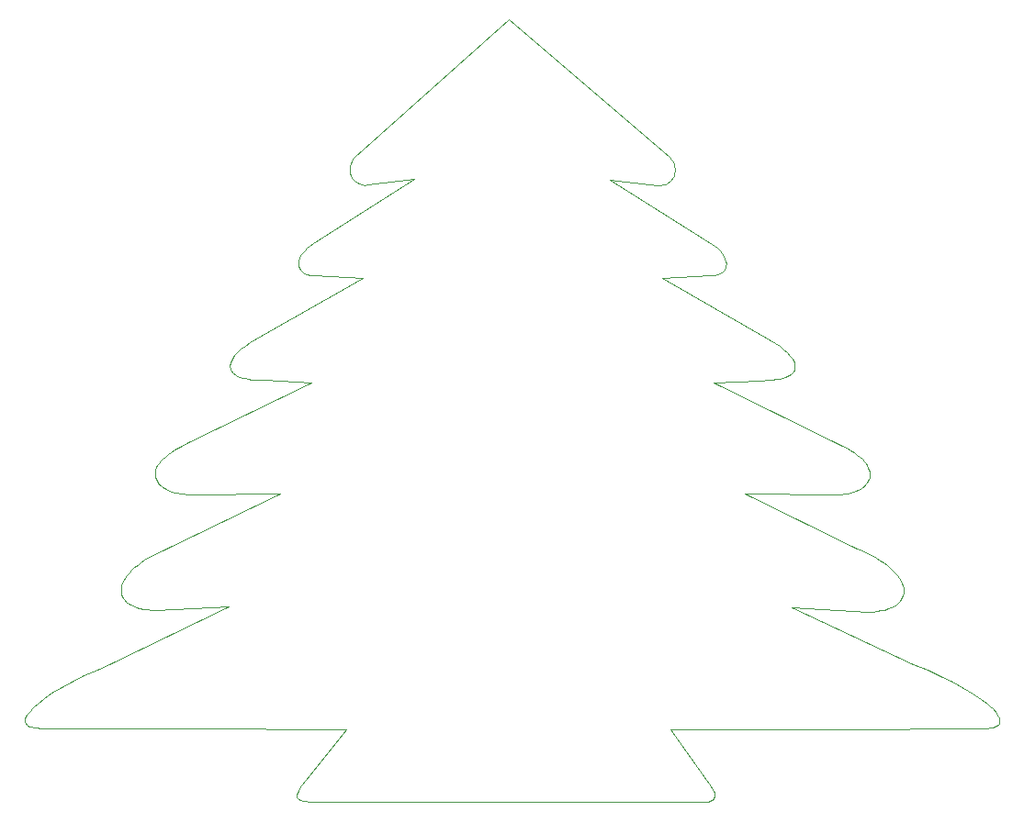
<source format=gbr>
%TF.GenerationSoftware,KiCad,Pcbnew,(5.1.9)-1*%
%TF.CreationDate,2022-06-22T15:09:01+02:00*%
%TF.ProjectId,Wbaum,57626175-6d2e-46b6-9963-61645f706362,rev?*%
%TF.SameCoordinates,Original*%
%TF.FileFunction,Profile,NP*%
%FSLAX46Y46*%
G04 Gerber Fmt 4.6, Leading zero omitted, Abs format (unit mm)*
G04 Created by KiCad (PCBNEW (5.1.9)-1) date 2022-06-22 15:09:01*
%MOMM*%
%LPD*%
G01*
G04 APERTURE LIST*
%TA.AperFunction,Profile*%
%ADD10C,0.100000*%
%TD*%
G04 APERTURE END LIST*
D10*
X176145898Y-124078899D02*
X189376998Y-124028099D01*
X189376998Y-124028099D02*
X189722798Y-124032499D01*
X189722798Y-124032499D02*
X190030298Y-124018199D01*
X190030298Y-124018199D02*
X190299698Y-123985899D01*
X190299698Y-123985899D02*
X190531498Y-123936199D01*
X190531498Y-123936199D02*
X190725898Y-123869699D01*
X190725898Y-123869699D02*
X190882998Y-123786999D01*
X190882998Y-123786999D02*
X191003998Y-123688999D01*
X191003998Y-123688999D02*
X191088998Y-123575999D01*
X191088998Y-123575999D02*
X191137998Y-123448899D01*
X191137998Y-123448899D02*
X191150998Y-123308199D01*
X191150998Y-123308199D02*
X191128998Y-123154599D01*
X191128998Y-123154599D02*
X191071998Y-122988799D01*
X191071998Y-122988799D02*
X190980998Y-122811299D01*
X190980998Y-122811299D02*
X190855998Y-122622899D01*
X190855998Y-122622899D02*
X190504498Y-122215599D01*
X190504498Y-122215599D02*
X190278998Y-121998099D01*
X190278998Y-121998099D02*
X190020898Y-121772199D01*
X190020898Y-121772199D02*
X189407998Y-121297699D01*
X189407998Y-121297699D02*
X188668698Y-120797199D01*
X188668698Y-120797199D02*
X187805798Y-120275999D01*
X187805798Y-120275999D02*
X186822198Y-119739099D01*
X186822198Y-119739099D02*
X185720698Y-119191799D01*
X185720698Y-119191799D02*
X184504098Y-118638999D01*
X184504098Y-118638999D02*
X183175398Y-118086099D01*
X183175398Y-118086099D02*
X171978998Y-112854399D01*
X171978998Y-112854399D02*
X179041298Y-113292799D01*
X179041298Y-113292799D02*
X179463098Y-113265899D01*
X179463098Y-113265899D02*
X179855598Y-113220099D01*
X179855598Y-113220099D02*
X180218798Y-113156399D01*
X180218798Y-113156399D02*
X180552798Y-113075599D01*
X180552798Y-113075599D02*
X180857498Y-112978599D01*
X180857498Y-112978599D02*
X181132898Y-112866299D01*
X181132898Y-112866299D02*
X181378898Y-112739399D01*
X181378898Y-112739399D02*
X181595598Y-112598999D01*
X181595598Y-112598999D02*
X181782998Y-112445799D01*
X181782998Y-112445799D02*
X181941098Y-112280799D01*
X181941098Y-112280799D02*
X182069698Y-112104799D01*
X182069698Y-112104799D02*
X182168998Y-111918599D01*
X182168998Y-111918599D02*
X182238898Y-111723199D01*
X182238898Y-111723199D02*
X182279298Y-111519399D01*
X182279298Y-111519399D02*
X182290398Y-111307999D01*
X182290398Y-111307999D02*
X182271998Y-111089999D01*
X182271998Y-111089999D02*
X182224198Y-110866199D01*
X182224198Y-110866199D02*
X182146898Y-110637499D01*
X182146898Y-110637499D02*
X182040098Y-110404799D01*
X182040098Y-110404799D02*
X181903798Y-110168799D01*
X181903798Y-110168799D02*
X181738098Y-109930599D01*
X181738098Y-109930599D02*
X181542798Y-109690899D01*
X181542798Y-109690899D02*
X181317998Y-109450599D01*
X181317998Y-109450599D02*
X181063598Y-109210599D01*
X181063598Y-109210599D02*
X180779698Y-108971799D01*
X180779698Y-108971799D02*
X180466298Y-108734999D01*
X180466298Y-108734999D02*
X180123198Y-108501099D01*
X180123198Y-108501099D02*
X179750598Y-108270899D01*
X179750598Y-108270899D02*
X179348398Y-108045399D01*
X179348398Y-108045399D02*
X178916498Y-107825499D01*
X178916498Y-107825499D02*
X178454998Y-107611799D01*
X178454998Y-107611799D02*
X177963898Y-107405499D01*
X177963898Y-107405499D02*
X167646598Y-102352999D01*
X167646598Y-102352999D02*
X175897898Y-102466199D01*
X175897898Y-102466199D02*
X176221698Y-102454899D01*
X176221698Y-102454899D02*
X176532798Y-102429299D01*
X176532798Y-102429299D02*
X176830398Y-102389899D01*
X176830398Y-102389899D02*
X177113798Y-102337399D01*
X177113798Y-102337399D02*
X177382098Y-102272299D01*
X177382098Y-102272299D02*
X177634798Y-102195099D01*
X177634798Y-102195099D02*
X177870898Y-102106299D01*
X177870898Y-102106299D02*
X178089898Y-102006699D01*
X178089898Y-102006699D02*
X178290898Y-101896599D01*
X178290898Y-101896599D02*
X178473198Y-101776699D01*
X178473198Y-101776699D02*
X178636098Y-101647499D01*
X178636098Y-101647499D02*
X178778798Y-101509599D01*
X178778798Y-101509599D02*
X178900498Y-101363499D01*
X178900498Y-101363499D02*
X179000698Y-101209799D01*
X179000698Y-101209799D02*
X179078398Y-101048999D01*
X179078398Y-101048999D02*
X179132998Y-100881699D01*
X179132998Y-100881699D02*
X179163698Y-100708499D01*
X179163698Y-100708499D02*
X179169798Y-100529899D01*
X179169798Y-100529899D02*
X179150498Y-100346499D01*
X179150498Y-100346499D02*
X179105098Y-100158799D01*
X179105098Y-100158799D02*
X179032898Y-99967299D01*
X179032898Y-99967299D02*
X178933098Y-99772699D01*
X178933098Y-99772699D02*
X178804898Y-99575499D01*
X178804898Y-99575499D02*
X178647698Y-99376299D01*
X178647698Y-99376299D02*
X178460598Y-99175499D01*
X178460598Y-99175499D02*
X178243098Y-98973799D01*
X178243098Y-98973799D02*
X177994198Y-98771799D01*
X177994198Y-98771799D02*
X177713298Y-98569899D01*
X177713298Y-98569899D02*
X177399598Y-98368699D01*
X177399598Y-98368699D02*
X177052398Y-98168899D01*
X177052398Y-98168899D02*
X176670898Y-97970799D01*
X176670898Y-97970799D02*
X176254398Y-97775199D01*
X176254398Y-97775199D02*
X164768098Y-92107999D01*
X164768098Y-92107999D02*
X169033298Y-91927999D01*
X169033298Y-91927999D02*
X169871398Y-91898299D01*
X169871398Y-91898299D02*
X170237598Y-91863999D01*
X170237598Y-91863999D02*
X170569898Y-91817699D01*
X170569898Y-91817699D02*
X170869198Y-91759899D01*
X170869198Y-91759899D02*
X171136498Y-91691299D01*
X171136498Y-91691299D02*
X171372698Y-91612499D01*
X171372698Y-91612499D02*
X171578898Y-91524199D01*
X171578898Y-91524199D02*
X171755898Y-91426999D01*
X171755898Y-91426999D02*
X171904798Y-91321499D01*
X171904798Y-91321499D02*
X172026398Y-91208399D01*
X172026398Y-91208399D02*
X172121798Y-91088399D01*
X172121798Y-91088399D02*
X172191998Y-90961999D01*
X172191998Y-90961999D02*
X172237798Y-90829899D01*
X172237798Y-90829899D02*
X172260198Y-90692799D01*
X172260198Y-90692799D02*
X172260198Y-90551199D01*
X172260198Y-90551199D02*
X172238898Y-90405899D01*
X172238898Y-90405899D02*
X172196998Y-90257399D01*
X172196998Y-90257399D02*
X172135598Y-90106499D01*
X172135598Y-90106499D02*
X172055698Y-89953599D01*
X172055698Y-89953599D02*
X171843998Y-89644999D01*
X171843998Y-89644999D02*
X171569598Y-89336499D01*
X171569598Y-89336499D02*
X171240198Y-89033499D01*
X171240198Y-89033499D02*
X170863498Y-88740799D01*
X170863498Y-88740799D02*
X170447298Y-88463799D01*
X170447298Y-88463799D02*
X169999098Y-88207399D01*
X169999098Y-88207399D02*
X160007698Y-82459699D01*
X160007698Y-82459699D02*
X164470198Y-82226099D01*
X164470198Y-82226099D02*
X164830198Y-82205199D01*
X164830198Y-82205199D02*
X165137298Y-82142599D01*
X165137298Y-82142599D02*
X165392698Y-82042699D01*
X165392698Y-82042699D02*
X165597598Y-81909799D01*
X165597598Y-81909799D02*
X165753298Y-81748099D01*
X165753298Y-81748099D02*
X165861098Y-81561799D01*
X165861098Y-81561799D02*
X165922198Y-81355399D01*
X165922198Y-81355399D02*
X165937898Y-81133099D01*
X165937898Y-81133099D02*
X165909498Y-80899199D01*
X165909498Y-80899199D02*
X165838198Y-80657899D01*
X165838198Y-80657899D02*
X165725198Y-80413599D01*
X165725198Y-80413599D02*
X165571798Y-80170499D01*
X165571798Y-80170499D02*
X165379298Y-79932899D01*
X165379298Y-79932899D02*
X165148898Y-79705199D01*
X165148898Y-79705199D02*
X164881998Y-79491499D01*
X164881998Y-79491499D02*
X164579598Y-79296299D01*
X164579598Y-79296299D02*
X155233098Y-73374499D01*
X155233098Y-73374499D02*
X159575598Y-73897299D01*
X159575598Y-73897299D02*
X159856398Y-73903999D01*
X159856398Y-73903999D02*
X160112898Y-73869799D01*
X160112898Y-73869799D02*
X160344298Y-73798699D01*
X160344298Y-73798699D02*
X160549998Y-73694599D01*
X160549998Y-73694599D02*
X160729298Y-73561499D01*
X160729298Y-73561499D02*
X160881198Y-73403399D01*
X160881198Y-73403399D02*
X161005198Y-73224299D01*
X161005198Y-73224299D02*
X161100498Y-73028099D01*
X161100498Y-73028099D02*
X161166198Y-72818699D01*
X161166198Y-72818699D02*
X161201798Y-72600199D01*
X161201798Y-72600199D02*
X161206398Y-72376599D01*
X161206398Y-72376599D02*
X161179298Y-72151699D01*
X161179298Y-72151699D02*
X161119798Y-71929599D01*
X161119798Y-71929599D02*
X161027098Y-71714199D01*
X161027098Y-71714199D02*
X160900498Y-71509499D01*
X160900498Y-71509499D02*
X160739098Y-71319399D01*
X160739098Y-71319399D02*
X145941298Y-58618599D01*
X145941298Y-58618599D02*
X131706498Y-71289399D01*
X131706498Y-71289399D02*
X131545198Y-71479399D01*
X131545198Y-71479399D02*
X131418598Y-71684099D01*
X131418598Y-71684099D02*
X131325798Y-71899499D01*
X131325798Y-71899499D02*
X131266298Y-72121699D01*
X131266298Y-72121699D02*
X131239198Y-72346499D01*
X131239198Y-72346499D02*
X131243798Y-72570199D01*
X131243798Y-72570199D02*
X131279398Y-72788699D01*
X131279398Y-72788699D02*
X131345198Y-72997999D01*
X131345198Y-72997999D02*
X131440498Y-73194299D01*
X131440498Y-73194299D02*
X131564398Y-73373399D01*
X131564398Y-73373399D02*
X131716398Y-73531499D01*
X131716398Y-73531499D02*
X131895598Y-73664599D01*
X131895598Y-73664599D02*
X132101298Y-73768599D01*
X132101298Y-73768599D02*
X132332798Y-73839799D01*
X132332798Y-73839799D02*
X132589298Y-73873999D01*
X132589298Y-73873999D02*
X132869998Y-73867299D01*
X132869998Y-73867299D02*
X137212598Y-73344499D01*
X137212598Y-73344499D02*
X127865998Y-79266199D01*
X127865998Y-79266199D02*
X127563698Y-79461499D01*
X127563698Y-79461499D02*
X127296698Y-79675199D01*
X127296698Y-79675199D02*
X127066298Y-79902899D01*
X127066298Y-79902899D02*
X126873798Y-80140499D01*
X126873798Y-80140499D02*
X126720498Y-80383599D01*
X126720498Y-80383599D02*
X126607498Y-80627899D01*
X126607498Y-80627899D02*
X126536198Y-80869199D01*
X126536198Y-80869199D02*
X126507698Y-81103099D01*
X126507698Y-81103099D02*
X126523398Y-81325399D01*
X126523398Y-81325399D02*
X126584498Y-81531799D01*
X126584498Y-81531799D02*
X126692398Y-81717999D01*
X126692398Y-81717999D02*
X126848098Y-81879799D01*
X126848098Y-81879799D02*
X127052998Y-82012699D01*
X127052998Y-82012699D02*
X127308398Y-82112599D01*
X127308398Y-82112599D02*
X127615398Y-82175199D01*
X127615398Y-82175199D02*
X127975498Y-82196099D01*
X127975498Y-82196099D02*
X132437998Y-82429599D01*
X132437998Y-82429599D02*
X122446598Y-88177399D01*
X122446598Y-88177399D02*
X121998398Y-88433799D01*
X121998398Y-88433799D02*
X121582098Y-88710799D01*
X121582098Y-88710799D02*
X121205398Y-89003399D01*
X121205398Y-89003399D02*
X120876098Y-89306499D01*
X120876098Y-89306499D02*
X120601698Y-89614999D01*
X120601698Y-89614999D02*
X120389998Y-89923599D01*
X120389998Y-89923599D02*
X120309998Y-90076399D01*
X120309998Y-90076399D02*
X120248598Y-90227399D01*
X120248598Y-90227399D02*
X120206798Y-90375899D01*
X120206798Y-90375899D02*
X120185398Y-90521199D01*
X120185398Y-90521199D02*
X120185398Y-90662799D01*
X120185398Y-90662799D02*
X120207898Y-90799899D01*
X120207898Y-90799899D02*
X120253698Y-90931999D01*
X120253698Y-90931999D02*
X120323798Y-91058399D01*
X120323798Y-91058399D02*
X120419198Y-91178399D01*
X120419198Y-91178399D02*
X120540898Y-91291499D01*
X120540898Y-91291499D02*
X120689698Y-91396899D01*
X120689698Y-91396899D02*
X120866798Y-91494099D01*
X120866798Y-91494099D02*
X121072898Y-91582499D01*
X121072898Y-91582499D02*
X121309198Y-91661199D01*
X121309198Y-91661199D02*
X121576498Y-91729899D01*
X121576498Y-91729899D02*
X121875798Y-91787699D01*
X121875798Y-91787699D02*
X122208098Y-91833999D01*
X122208098Y-91833999D02*
X122574298Y-91868299D01*
X122574298Y-91868299D02*
X123412398Y-91897999D01*
X123412398Y-91897999D02*
X127677598Y-92077899D01*
X127677598Y-92077899D02*
X116191198Y-97745199D01*
X116191198Y-97745199D02*
X115774698Y-97940799D01*
X115774698Y-97940799D02*
X115393198Y-98138799D01*
X115393198Y-98138799D02*
X115045998Y-98338699D01*
X115045998Y-98338699D02*
X114732298Y-98539899D01*
X114732298Y-98539899D02*
X114451398Y-98741799D01*
X114451398Y-98741799D02*
X114202498Y-98943799D01*
X114202498Y-98943799D02*
X113984898Y-99145499D01*
X113984898Y-99145499D02*
X113797898Y-99346199D01*
X113797898Y-99346199D02*
X113640698Y-99545499D01*
X113640698Y-99545499D02*
X113512498Y-99742699D01*
X113512498Y-99742699D02*
X113412698Y-99937299D01*
X113412698Y-99937299D02*
X113340498Y-100128699D01*
X113340498Y-100128699D02*
X113295098Y-100316499D01*
X113295098Y-100316499D02*
X113275798Y-100499899D01*
X113275798Y-100499899D02*
X113281898Y-100678499D01*
X113281898Y-100678499D02*
X113312598Y-100851699D01*
X113312598Y-100851699D02*
X113367198Y-101018999D01*
X113367198Y-101018999D02*
X113444898Y-101179699D01*
X113444898Y-101179699D02*
X113545098Y-101333499D01*
X113545098Y-101333499D02*
X113666798Y-101479599D01*
X113666798Y-101479599D02*
X113809498Y-101617499D01*
X113809498Y-101617499D02*
X113972398Y-101746699D01*
X113972398Y-101746699D02*
X114154698Y-101866599D01*
X114154698Y-101866599D02*
X114355698Y-101976699D01*
X114355698Y-101976699D02*
X114574698Y-102076299D01*
X114574698Y-102076299D02*
X114810798Y-102164999D01*
X114810798Y-102164999D02*
X115063498Y-102242199D01*
X115063498Y-102242199D02*
X115331798Y-102307399D01*
X115331798Y-102307399D02*
X115615198Y-102359899D01*
X115615198Y-102359899D02*
X115912798Y-102399199D01*
X115912798Y-102399199D02*
X116223898Y-102424799D01*
X116223898Y-102424799D02*
X116547698Y-102436099D01*
X116547698Y-102436099D02*
X124799098Y-102322999D01*
X124799098Y-102322999D02*
X114481698Y-107375399D01*
X114481698Y-107375399D02*
X113990498Y-107581699D01*
X113990498Y-107581699D02*
X113528698Y-107794999D01*
X113528698Y-107794999D02*
X113096398Y-108014399D01*
X113096398Y-108014399D02*
X112693498Y-108239099D01*
X112693498Y-108239099D02*
X112319998Y-108468199D01*
X112319998Y-108468199D02*
X111976098Y-108700799D01*
X111976098Y-108700799D02*
X111661498Y-108935999D01*
X111661498Y-108935999D02*
X111376398Y-109172899D01*
X111376398Y-109172899D02*
X111120798Y-109410599D01*
X111120798Y-109410599D02*
X110894598Y-109648399D01*
X110894598Y-109648399D02*
X110697898Y-109885199D01*
X110697898Y-109885199D02*
X110530598Y-110120199D01*
X110530598Y-110120199D02*
X110392798Y-110352599D01*
X110392798Y-110352599D02*
X110284398Y-110581399D01*
X110284398Y-110581399D02*
X110205498Y-110805799D01*
X110205498Y-110805799D02*
X110155998Y-111024799D01*
X110155998Y-111024799D02*
X110135898Y-111237699D01*
X110135898Y-111237699D02*
X110145398Y-111443399D01*
X110145398Y-111443399D02*
X110184198Y-111641199D01*
X110184198Y-111641199D02*
X110252498Y-111830199D01*
X110252498Y-111830199D02*
X110350298Y-112009399D01*
X110350298Y-112009399D02*
X110477498Y-112177999D01*
X110477498Y-112177999D02*
X110634098Y-112335199D01*
X110634098Y-112335199D02*
X110820198Y-112479899D01*
X110820198Y-112479899D02*
X111035798Y-112611399D01*
X111035798Y-112611399D02*
X111280798Y-112728799D01*
X111280798Y-112728799D02*
X111555198Y-112831099D01*
X111555198Y-112831099D02*
X111859098Y-112917599D01*
X111859098Y-112917599D02*
X112192398Y-112987299D01*
X112192398Y-112987299D02*
X112555198Y-113039299D01*
X112555198Y-113039299D02*
X112947398Y-113072799D01*
X112947398Y-113072799D02*
X113369098Y-113086799D01*
X113369098Y-113086799D02*
X120079498Y-112753999D01*
X120079498Y-112753999D02*
X109270098Y-118056099D01*
X109270098Y-118056099D02*
X107941398Y-118608999D01*
X107941398Y-118608999D02*
X106724898Y-119161699D01*
X106724898Y-119161699D02*
X105623398Y-119709099D01*
X105623398Y-119709099D02*
X104639798Y-120245999D01*
X104639798Y-120245999D02*
X103776898Y-120767199D01*
X103776898Y-120767199D02*
X103037598Y-121267599D01*
X103037598Y-121267599D02*
X102424698Y-121742199D01*
X102424698Y-121742199D02*
X102166498Y-121968099D01*
X102166498Y-121968099D02*
X101941098Y-122185599D01*
X101941098Y-122185599D02*
X101748698Y-122394099D01*
X101748698Y-122394099D02*
X101589598Y-122592899D01*
X101589598Y-122592899D02*
X101464298Y-122781299D01*
X101464298Y-122781299D02*
X101373098Y-122958799D01*
X101373098Y-122958799D02*
X101316398Y-123124599D01*
X101316398Y-123124599D02*
X101294498Y-123278199D01*
X101294498Y-123278199D02*
X101307798Y-123418899D01*
X101307798Y-123418899D02*
X101356498Y-123545999D01*
X101356498Y-123545999D02*
X101441198Y-123658899D01*
X101441198Y-123658899D02*
X101562098Y-123756999D01*
X101562098Y-123756999D02*
X101719598Y-123839599D01*
X101719598Y-123839599D02*
X101914098Y-123906099D01*
X101914098Y-123906099D02*
X102145798Y-123955899D01*
X102145798Y-123955899D02*
X102415298Y-123988199D01*
X102415298Y-123988199D02*
X102722698Y-124002499D01*
X102722698Y-124002499D02*
X103068598Y-123998099D01*
X103068598Y-123998099D02*
X116299698Y-124048899D01*
X116299698Y-124048899D02*
X130948798Y-124107099D01*
X130948798Y-124107099D02*
X127187598Y-128764099D01*
X127187598Y-128764099D02*
X126771598Y-129320099D01*
X126771598Y-129320099D02*
X126613098Y-129559199D01*
X126613098Y-129559199D02*
X126489498Y-129773699D01*
X126489498Y-129773699D02*
X126401998Y-129964599D01*
X126401998Y-129964599D02*
X126351998Y-130132799D01*
X126351998Y-130132799D02*
X126340798Y-130279199D01*
X126340798Y-130279199D02*
X126369598Y-130404699D01*
X126369598Y-130404699D02*
X126439998Y-130510399D01*
X126439998Y-130510399D02*
X126553098Y-130597199D01*
X126553098Y-130597199D02*
X126710298Y-130665999D01*
X126710298Y-130665999D02*
X126912898Y-130717699D01*
X126912898Y-130717699D02*
X127162198Y-130753399D01*
X127162198Y-130753399D02*
X127459698Y-130773999D01*
X127459698Y-130773999D02*
X128203998Y-130773399D01*
X128203998Y-130773399D02*
X163111798Y-130773399D01*
X163111798Y-130773399D02*
X163466398Y-130803899D01*
X163466398Y-130803899D02*
X163779698Y-130814199D01*
X163779698Y-130814199D02*
X164052198Y-130804299D01*
X164052198Y-130804299D02*
X164284498Y-130773999D01*
X164284498Y-130773999D02*
X164476998Y-130723199D01*
X164476998Y-130723199D02*
X164630298Y-130651999D01*
X164630298Y-130651999D02*
X164744898Y-130560199D01*
X164744898Y-130560199D02*
X164821298Y-130447799D01*
X164821298Y-130447799D02*
X164860098Y-130314699D01*
X164860098Y-130314699D02*
X164861698Y-130160799D01*
X164861698Y-130160799D02*
X164826598Y-129985999D01*
X164826598Y-129985999D02*
X164755398Y-129790299D01*
X164755398Y-129790299D02*
X164648498Y-129573599D01*
X164648498Y-129573599D02*
X164506598Y-129335799D01*
X164506598Y-129335799D02*
X164330098Y-129076799D01*
X164330098Y-129076799D02*
X164119398Y-128796599D01*
X164119398Y-128796599D02*
X160789298Y-124162199D01*
X160789298Y-124162199D02*
X176145898Y-124078899D01*
X176145898Y-124078899D02*
X176145898Y-124078899D01*
M02*

</source>
